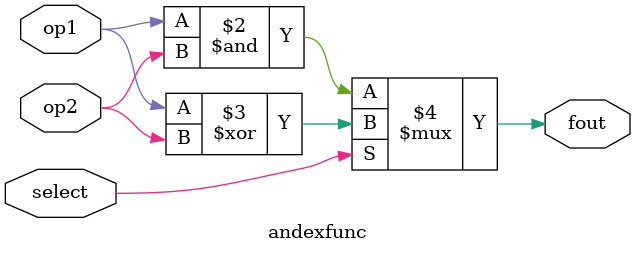
<source format=v>
module toplevelmodule(Clk, nReset, select, fout);

input Clk, nReset, select;
output fout;


wire [2:0]lines;


Counter3bit Cl(lines, Clk, nReset);
andexfunc Sl(lines[0], lines[2], select, fout);

endmodule


module Counter3bit(CountOut, Clk, nReset);
output reg [2:0] CountOut;  // counter output
input Clk;              // clock input
input nReset;           // asynchronous reset


always @(posedge Clk or negedge nReset)
begin
if(nReset == 1'b0)
CountOut[2:0] <= 3'b0; // reset the counter
else
CountOut[2:0] <= CountOut[2:0] + 3'b1; // increment
end
endmodule 



module andexfunc(op1, op2, select, fout);
input op1, op2, select;
output fout;
   
assign fout = (select == 1'b0) ? (op1 & op2) : (op1 ^ op2);     

endmodule 
</source>
